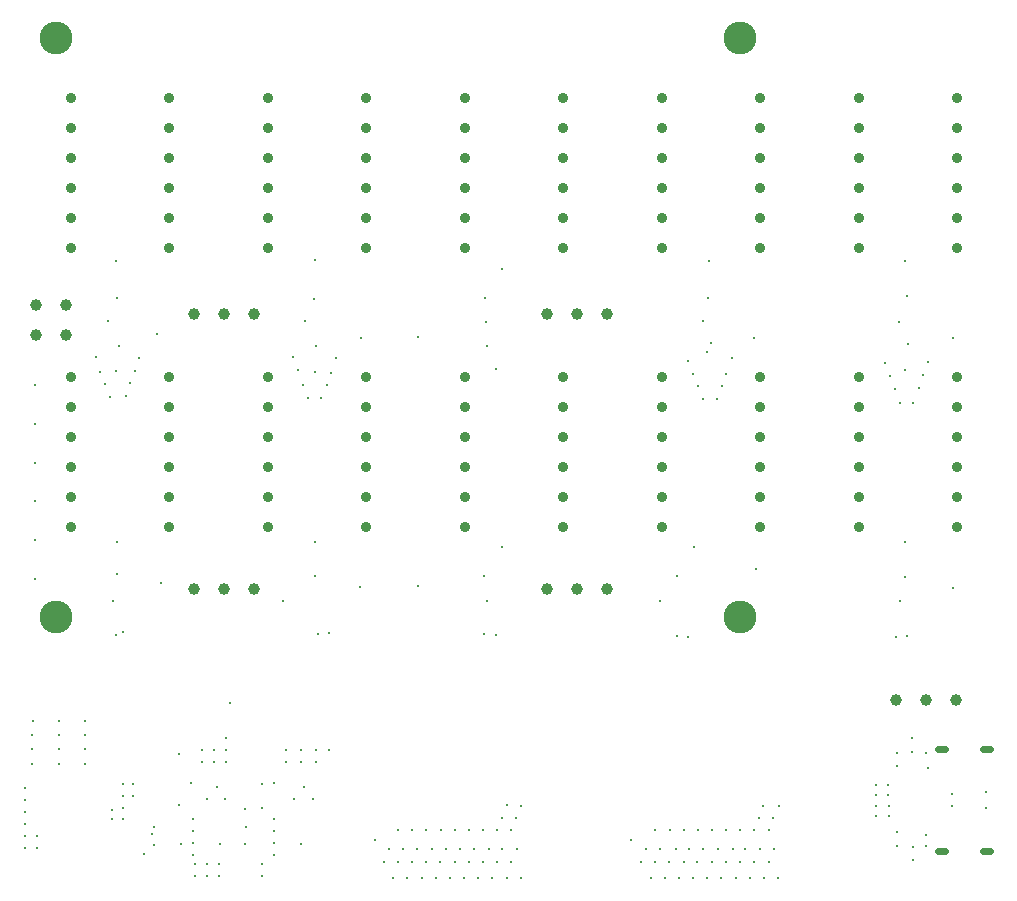
<source format=gbr>
%TF.GenerationSoftware,KiCad,Pcbnew,8.0.1*%
%TF.CreationDate,2025-04-10T18:27:24+05:30*%
%TF.ProjectId,GPIO HAT 2,4750494f-2048-4415-9420-322e6b696361,rev?*%
%TF.SameCoordinates,Original*%
%TF.FileFunction,Plated,1,4,PTH,Mixed*%
%TF.FilePolarity,Positive*%
%FSLAX46Y46*%
G04 Gerber Fmt 4.6, Leading zero omitted, Abs format (unit mm)*
G04 Created by KiCad (PCBNEW 8.0.1) date 2025-04-10 18:27:24*
%MOMM*%
%LPD*%
G01*
G04 APERTURE LIST*
%TA.AperFunction,ViaDrill*%
%ADD10C,0.200000*%
%TD*%
G04 aperture for slot hole*
%TA.AperFunction,ComponentDrill*%
%ADD11C,0.600000*%
%TD*%
%TA.AperFunction,ComponentDrill*%
%ADD12C,0.914400*%
%TD*%
%TA.AperFunction,ComponentDrill*%
%ADD13C,1.000000*%
%TD*%
%TA.AperFunction,ComponentDrill*%
%ADD14C,2.780000*%
%TD*%
G04 APERTURE END LIST*
D10*
X156819600Y-128676400D03*
X156819600Y-129692400D03*
X156819600Y-130708400D03*
X156819600Y-131724400D03*
X156819600Y-132740400D03*
X156819600Y-133756400D03*
X157403800Y-124206000D03*
X157403800Y-125425200D03*
X157403800Y-126644400D03*
X157429200Y-122986800D03*
X157607000Y-94589600D03*
X157607000Y-97871280D03*
X157607000Y-101152960D03*
X157607000Y-104434640D03*
X157607000Y-107716320D03*
X157607000Y-110998000D03*
X157835600Y-132740400D03*
X157835600Y-133781800D03*
X159664400Y-122986800D03*
X159664400Y-124206000D03*
X159664400Y-125425200D03*
X159664400Y-126644400D03*
X161874200Y-124206000D03*
X161874200Y-125425200D03*
X161874200Y-126644400D03*
X161899600Y-122986800D03*
X162775900Y-92163900D03*
X163144200Y-93446600D03*
X163550600Y-94513400D03*
X163830000Y-89154000D03*
X163957000Y-95580200D03*
X164185100Y-130543100D03*
X164185600Y-131343400D03*
X164211000Y-112903000D03*
X164465000Y-84074000D03*
X164477700Y-115735100D03*
X164490400Y-93370400D03*
X164566600Y-107899200D03*
X164566600Y-110566200D03*
X164592000Y-87172800D03*
X164769800Y-91313000D03*
X165060100Y-131293100D03*
X165100000Y-115468400D03*
X165100000Y-128397000D03*
X165100000Y-129387600D03*
X165100000Y-130429000D03*
X165303200Y-95504000D03*
X165633400Y-94437200D03*
X165963600Y-128397000D03*
X165963600Y-129387600D03*
X166116000Y-93395800D03*
X166446200Y-92329000D03*
X166872300Y-134279700D03*
X167532700Y-132552500D03*
X167685100Y-133543100D03*
X167735900Y-131993700D03*
X167970200Y-90297000D03*
X168300400Y-111353600D03*
X169799000Y-125806200D03*
X169824400Y-130168100D03*
X169951400Y-133426200D03*
X170809040Y-128312010D03*
X171027600Y-131337395D03*
X171027600Y-132353395D03*
X171027600Y-133369395D03*
X171027600Y-134385395D03*
X171145200Y-135153400D03*
X171145200Y-136169400D03*
X171738800Y-125495395D03*
X171738800Y-126511395D03*
X172161200Y-135153400D03*
X172161200Y-136169400D03*
X172231440Y-129632810D03*
X172754800Y-125495395D03*
X172754800Y-126511395D03*
X173024800Y-128651000D03*
X173177200Y-135153400D03*
X173177200Y-136169400D03*
X173262800Y-133420195D03*
X173755440Y-129658210D03*
X173770800Y-124479395D03*
X173770800Y-125495395D03*
X173770800Y-126511395D03*
X174142400Y-121513600D03*
X175437800Y-130479800D03*
X175437800Y-133477000D03*
X175463200Y-131978400D03*
X176834800Y-135153400D03*
X176834800Y-136169400D03*
X176885600Y-128346200D03*
X176885600Y-130352800D03*
X177850800Y-128270000D03*
X177850800Y-131339180D03*
X177850800Y-132355180D03*
X177850800Y-133371180D03*
X177850800Y-134387180D03*
X178612800Y-112852200D03*
X178866800Y-125497180D03*
X178866800Y-126513180D03*
X179496200Y-92176600D03*
X179578000Y-129659995D03*
X179916096Y-93319600D03*
X180136800Y-133396580D03*
X180187600Y-125497180D03*
X180187600Y-126513180D03*
X180316096Y-94607335D03*
X180365400Y-128621380D03*
X180517800Y-89179400D03*
X180767766Y-95681800D03*
X181127400Y-129659995D03*
X181279800Y-87274400D03*
X181305200Y-83972400D03*
X181305200Y-93497400D03*
X181305200Y-107899200D03*
X181330600Y-110769400D03*
X181406800Y-91236800D03*
X181457600Y-125497180D03*
X181457600Y-126513180D03*
X181610000Y-115646200D03*
X181885366Y-95681800D03*
X182316766Y-94607335D03*
X182499000Y-125450600D03*
X182549800Y-115570000D03*
X182716766Y-93591335D03*
X183152745Y-92259455D03*
X185166000Y-111709200D03*
X185191400Y-90627200D03*
X186436000Y-133121400D03*
X187166400Y-134970102D03*
X187604400Y-133832600D03*
X187960000Y-136347200D03*
X188366400Y-132232400D03*
X188366400Y-134970102D03*
X188798200Y-133832600D03*
X189153800Y-136347200D03*
X189560200Y-132232400D03*
X189560200Y-134970102D03*
X189992000Y-133832600D03*
X190042800Y-90500200D03*
X190042800Y-111607600D03*
X190373000Y-136347200D03*
X190754000Y-132232400D03*
X190767844Y-134970102D03*
X191211200Y-133832600D03*
X191566800Y-136347200D03*
X191947800Y-134970102D03*
X191973200Y-132232400D03*
X192405000Y-133832600D03*
X192760600Y-136347200D03*
X193167000Y-132232400D03*
X193167000Y-134970102D03*
X193598800Y-133832600D03*
X193954400Y-136347200D03*
X194360800Y-132232400D03*
X194360800Y-134970102D03*
X194818000Y-133832600D03*
X195173600Y-136347200D03*
X195554600Y-132232400D03*
X195554600Y-134970102D03*
X195656200Y-110769400D03*
X195681600Y-115646200D03*
X195732400Y-87172800D03*
X195808600Y-89230200D03*
X195910200Y-112903000D03*
X195935600Y-91236800D03*
X196062600Y-133832600D03*
X196342000Y-136347200D03*
X196672200Y-93218000D03*
X196672200Y-115722400D03*
X196766400Y-134970102D03*
X196773800Y-132232400D03*
X197154800Y-84734400D03*
X197154800Y-108305600D03*
X197154800Y-131241800D03*
X197205600Y-133832600D03*
X197561200Y-130175000D03*
X197586600Y-136347200D03*
X197967600Y-132232400D03*
X197967600Y-134970102D03*
X198348600Y-131241800D03*
X198424800Y-133832600D03*
X198780400Y-130225800D03*
X198780400Y-136347200D03*
X208127600Y-133070600D03*
X208940400Y-134970102D03*
X209397600Y-133832600D03*
X209753200Y-136347200D03*
X210134200Y-132232400D03*
X210134200Y-134970102D03*
X210540600Y-112877600D03*
X210566000Y-133832600D03*
X210947000Y-136347200D03*
X211328000Y-134970102D03*
X211353400Y-132232400D03*
X211886800Y-133832600D03*
X211988400Y-110744000D03*
X211988400Y-115824000D03*
X212166200Y-136347200D03*
X212547200Y-132232400D03*
X212547200Y-134970102D03*
X212922200Y-92532200D03*
X212928200Y-115925600D03*
X212979000Y-133832600D03*
X213360000Y-93615000D03*
X213360000Y-136347200D03*
X213410800Y-108305600D03*
X213715600Y-134970102D03*
X213741000Y-132232400D03*
X213769870Y-94631000D03*
X214172800Y-133832600D03*
X214223600Y-89179400D03*
X214223600Y-95732600D03*
X214528400Y-136347200D03*
X214560100Y-91793100D03*
X214630000Y-87172800D03*
X214655400Y-84099400D03*
X214884000Y-91059000D03*
X214934800Y-132232400D03*
X214934800Y-134970102D03*
X215341200Y-95732600D03*
X215493600Y-133832600D03*
X215747600Y-136347200D03*
X215760670Y-94631000D03*
X216140234Y-134970102D03*
X216154000Y-132232400D03*
X216160670Y-93615000D03*
X216636600Y-92303600D03*
X216687400Y-133832600D03*
X216941400Y-136347200D03*
X217347800Y-132232400D03*
X217347800Y-134970102D03*
X217779600Y-133832600D03*
X218135200Y-136347200D03*
X218535872Y-134970102D03*
X218541600Y-90601800D03*
X218541600Y-132232400D03*
X218643200Y-110134400D03*
X218900000Y-131241800D03*
X218973400Y-133832600D03*
X219300000Y-130200000D03*
X219329000Y-136347200D03*
X219735400Y-132232400D03*
X219735400Y-134970102D03*
X220141800Y-131241800D03*
X220167200Y-133832600D03*
X220573600Y-136347200D03*
X220599000Y-130251200D03*
X228834200Y-128406400D03*
X228859600Y-129320800D03*
X228859600Y-130260600D03*
X228859600Y-131073400D03*
X229590600Y-92684600D03*
X229824800Y-128406400D03*
X229875600Y-129320800D03*
X229926400Y-130260600D03*
X229926400Y-131073400D03*
X230022400Y-93853000D03*
X230454200Y-94919800D03*
X230568500Y-115887500D03*
X230609600Y-125698400D03*
X230609600Y-126823400D03*
X230609600Y-132448400D03*
X230609600Y-133573400D03*
X230809800Y-89204800D03*
X230860600Y-112877600D03*
X230886000Y-96113600D03*
X231292400Y-84048600D03*
X231292400Y-93268800D03*
X231292400Y-107899200D03*
X231292400Y-110794800D03*
X231495600Y-87071200D03*
X231495600Y-115824000D03*
X231546400Y-91084400D03*
X231859600Y-124448400D03*
X231876600Y-125679200D03*
X231927400Y-133654800D03*
X231978200Y-96088200D03*
X231984600Y-134823400D03*
X232435400Y-94869000D03*
X232816400Y-93751400D03*
X233095800Y-132638800D03*
X233109600Y-125698400D03*
X233109600Y-133573400D03*
X233197400Y-92659200D03*
X233197400Y-126974600D03*
X235234600Y-129198400D03*
X235234600Y-130198400D03*
X235313800Y-111755300D03*
X235331000Y-90576400D03*
X238129400Y-130348800D03*
X238185100Y-129043100D03*
D11*
%TO.C,J23*%
X234659600Y-125378400D02*
X234059600Y-125378400D01*
X234659600Y-134018400D02*
X234059600Y-134018400D01*
X238459600Y-125378400D02*
X237859600Y-125378400D01*
X238459600Y-134018400D02*
X237859600Y-134018400D01*
D12*
%TO.C,J3*%
X160640400Y-70256400D03*
X160640400Y-72796400D03*
X160640400Y-75336400D03*
X160640400Y-77876400D03*
X160640400Y-80416400D03*
X160640400Y-82956400D03*
%TO.C,J1*%
X160640400Y-93929200D03*
X160640400Y-96469200D03*
X160640400Y-99009200D03*
X160640400Y-101549200D03*
X160640400Y-104089200D03*
X160640400Y-106629200D03*
%TO.C,J4*%
X168982888Y-70256400D03*
X168982888Y-72796400D03*
X168982888Y-75336400D03*
X168982888Y-77876400D03*
X168982888Y-80416400D03*
X168982888Y-82956400D03*
%TO.C,J2*%
X168982888Y-93929200D03*
X168982888Y-96469200D03*
X168982888Y-99009200D03*
X168982888Y-101549200D03*
X168982888Y-104089200D03*
X168982888Y-106629200D03*
%TO.C,J7*%
X177325376Y-70256400D03*
X177325376Y-72796400D03*
X177325376Y-75336400D03*
X177325376Y-77876400D03*
X177325376Y-80416400D03*
X177325376Y-82956400D03*
%TO.C,J5*%
X177325376Y-93929200D03*
X177325376Y-96469200D03*
X177325376Y-99009200D03*
X177325376Y-101549200D03*
X177325376Y-104089200D03*
X177325376Y-106629200D03*
%TO.C,J8*%
X185667864Y-70256400D03*
X185667864Y-72796400D03*
X185667864Y-75336400D03*
X185667864Y-77876400D03*
X185667864Y-80416400D03*
X185667864Y-82956400D03*
%TO.C,J6*%
X185667864Y-93929200D03*
X185667864Y-96469200D03*
X185667864Y-99009200D03*
X185667864Y-101549200D03*
X185667864Y-104089200D03*
X185667864Y-106629200D03*
%TO.C,J11*%
X194010352Y-70256400D03*
X194010352Y-72796400D03*
X194010352Y-75336400D03*
X194010352Y-77876400D03*
X194010352Y-80416400D03*
X194010352Y-82956400D03*
%TO.C,J9*%
X194010352Y-93929200D03*
X194010352Y-96469200D03*
X194010352Y-99009200D03*
X194010352Y-101549200D03*
X194010352Y-104089200D03*
X194010352Y-106629200D03*
%TO.C,J12*%
X202352840Y-70256400D03*
X202352840Y-72796400D03*
X202352840Y-75336400D03*
X202352840Y-77876400D03*
X202352840Y-80416400D03*
X202352840Y-82956400D03*
%TO.C,J10*%
X202352840Y-93929200D03*
X202352840Y-96469200D03*
X202352840Y-99009200D03*
X202352840Y-101549200D03*
X202352840Y-104089200D03*
X202352840Y-106629200D03*
%TO.C,J13*%
X210695328Y-70256400D03*
X210695328Y-72796400D03*
X210695328Y-75336400D03*
X210695328Y-77876400D03*
X210695328Y-80416400D03*
X210695328Y-82956400D03*
%TO.C,J15*%
X210695328Y-93929200D03*
X210695328Y-96469200D03*
X210695328Y-99009200D03*
X210695328Y-101549200D03*
X210695328Y-104089200D03*
X210695328Y-106629200D03*
%TO.C,J14*%
X219037816Y-70256400D03*
X219037816Y-72796400D03*
X219037816Y-75336400D03*
X219037816Y-77876400D03*
X219037816Y-80416400D03*
X219037816Y-82956400D03*
%TO.C,J16*%
X219037816Y-93929200D03*
X219037816Y-96469200D03*
X219037816Y-99009200D03*
X219037816Y-101549200D03*
X219037816Y-104089200D03*
X219037816Y-106629200D03*
%TO.C,J17*%
X227380304Y-70256400D03*
X227380304Y-72796400D03*
X227380304Y-75336400D03*
X227380304Y-77876400D03*
X227380304Y-80416400D03*
X227380304Y-82956400D03*
%TO.C,J19*%
X227380304Y-93929200D03*
X227380304Y-96469200D03*
X227380304Y-99009200D03*
X227380304Y-101549200D03*
X227380304Y-104089200D03*
X227380304Y-106629200D03*
%TO.C,J18*%
X235722800Y-70256400D03*
X235722800Y-72796400D03*
X235722800Y-75336400D03*
X235722800Y-77876400D03*
X235722800Y-80416400D03*
X235722800Y-82956400D03*
%TO.C,J20*%
X235722800Y-93929200D03*
X235722800Y-96469200D03*
X235722800Y-99009200D03*
X235722800Y-101549200D03*
X235722800Y-104089200D03*
X235722800Y-106629200D03*
D13*
%TO.C,J24*%
X157683200Y-87833200D03*
X157683200Y-90373200D03*
X160223200Y-87833200D03*
X160223200Y-90373200D03*
%TO.C,JM1*%
X171094400Y-88595200D03*
%TO.C,JM3*%
X171094400Y-111836200D03*
%TO.C,JM1*%
X173634400Y-88595200D03*
%TO.C,JM3*%
X173634400Y-111836200D03*
%TO.C,JM1*%
X176174400Y-88595200D03*
%TO.C,JM3*%
X176174400Y-111836200D03*
%TO.C,JM2*%
X201015600Y-88595200D03*
%TO.C,JM4*%
X201015600Y-111836200D03*
%TO.C,JM2*%
X203555600Y-88595200D03*
%TO.C,JM4*%
X203555600Y-111836200D03*
%TO.C,JM2*%
X206095600Y-88595200D03*
%TO.C,JM4*%
X206095600Y-111836200D03*
%TO.C,JM5*%
X230555800Y-121234200D03*
X233095800Y-121234200D03*
X235635800Y-121234200D03*
D14*
%TO.C,REF\u002A\u002A*%
X159385000Y-65176400D03*
X159385000Y-114198400D03*
X217347800Y-65176400D03*
X217347800Y-114198400D03*
M02*

</source>
